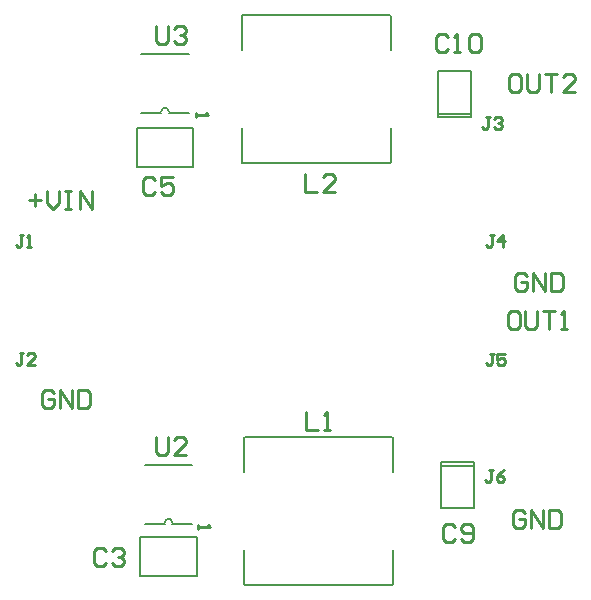
<source format=gto>
G04 Layer_Color=65535*
%FSLAX44Y44*%
%MOMM*%
G71*
G01*
G75*
%ADD21C,0.2540*%
%ADD29C,0.2000*%
D21*
X162750Y60250D02*
Y56918D01*
Y58584D01*
X172747D01*
X171081Y60250D01*
X161000Y408500D02*
Y405168D01*
Y406834D01*
X170997D01*
X169331Y408500D01*
X434118Y441985D02*
X429039D01*
X426500Y439446D01*
Y429289D01*
X429039Y426750D01*
X434118D01*
X436657Y429289D01*
Y439446D01*
X434118Y441985D01*
X441735D02*
Y429289D01*
X444274Y426750D01*
X449353D01*
X451892Y429289D01*
Y441985D01*
X456970D02*
X467127D01*
X462048D01*
Y426750D01*
X482362D02*
X472205D01*
X482362Y436907D01*
Y439446D01*
X479823Y441985D01*
X474744D01*
X472205Y439446D01*
X441657Y270446D02*
X439118Y272985D01*
X434039D01*
X431500Y270446D01*
Y260289D01*
X434039Y257750D01*
X439118D01*
X441657Y260289D01*
Y265368D01*
X436578D01*
X446735Y257750D02*
Y272985D01*
X456892Y257750D01*
Y272985D01*
X461970D02*
Y257750D01*
X469588D01*
X472127Y260289D01*
Y270446D01*
X469588Y272985D01*
X461970D01*
X432617Y240985D02*
X427539D01*
X425000Y238446D01*
Y228289D01*
X427539Y225750D01*
X432617D01*
X435157Y228289D01*
Y238446D01*
X432617Y240985D01*
X440235D02*
Y228289D01*
X442774Y225750D01*
X447853D01*
X450392Y228289D01*
Y240985D01*
X455470D02*
X465627D01*
X460549D01*
Y225750D01*
X470705D02*
X475784D01*
X473244D01*
Y240985D01*
X470705Y238446D01*
X439407Y70446D02*
X436867Y72985D01*
X431789D01*
X429250Y70446D01*
Y60289D01*
X431789Y57750D01*
X436867D01*
X439407Y60289D01*
Y65367D01*
X434328D01*
X444485Y57750D02*
Y72985D01*
X454642Y57750D01*
Y72985D01*
X459720D02*
Y57750D01*
X467338D01*
X469877Y60289D01*
Y70446D01*
X467338Y72985D01*
X459720D01*
X40907Y171696D02*
X38368Y174235D01*
X33289D01*
X30750Y171696D01*
Y161539D01*
X33289Y159000D01*
X38368D01*
X40907Y161539D01*
Y166618D01*
X35828D01*
X45985Y159000D02*
Y174235D01*
X56142Y159000D01*
Y174235D01*
X61220D02*
Y159000D01*
X68838D01*
X71377Y161539D01*
Y171696D01*
X68838Y174235D01*
X61220D01*
X20000Y335368D02*
X30157D01*
X25078Y340446D02*
Y330289D01*
X35235Y342985D02*
Y332828D01*
X40313Y327750D01*
X45392Y332828D01*
Y342985D01*
X50470D02*
X55549D01*
X53009D01*
Y327750D01*
X50470D01*
X55549D01*
X63166D02*
Y342985D01*
X73323Y327750D01*
Y342985D01*
X412415Y106247D02*
X409082D01*
X410748D01*
Y97916D01*
X409082Y96250D01*
X407416D01*
X405750Y97916D01*
X422411Y106247D02*
X419079Y104581D01*
X415747Y101248D01*
Y97916D01*
X417413Y96250D01*
X420745D01*
X422411Y97916D01*
Y99582D01*
X420745Y101248D01*
X415747D01*
X413164Y204997D02*
X409832D01*
X411498D01*
Y196666D01*
X409832Y195000D01*
X408166D01*
X406500Y196666D01*
X423161Y204997D02*
X416497D01*
Y199998D01*
X419829Y201665D01*
X421495D01*
X423161Y199998D01*
Y196666D01*
X421495Y195000D01*
X418163D01*
X416497Y196666D01*
X413164Y305497D02*
X409832D01*
X411498D01*
Y297166D01*
X409832Y295500D01*
X408166D01*
X406500Y297166D01*
X421495Y295500D02*
Y305497D01*
X416497Y300498D01*
X423161D01*
X410415Y405497D02*
X407082D01*
X408748D01*
Y397166D01*
X407082Y395500D01*
X405416D01*
X403750Y397166D01*
X413747Y403831D02*
X415413Y405497D01*
X418745D01*
X420411Y403831D01*
Y402164D01*
X418745Y400498D01*
X417079D01*
X418745D01*
X420411Y398832D01*
Y397166D01*
X418745Y395500D01*
X415413D01*
X413747Y397166D01*
X15165Y305247D02*
X11832D01*
X13498D01*
Y296916D01*
X11832Y295250D01*
X10166D01*
X8500Y296916D01*
X18497Y295250D02*
X21829D01*
X20163D01*
Y305247D01*
X18497Y303581D01*
X15165Y205247D02*
X11832D01*
X13498D01*
Y196916D01*
X11832Y195250D01*
X10166D01*
X8500Y196916D01*
X25161Y195250D02*
X18497D01*
X25161Y201915D01*
Y203581D01*
X23495Y205247D01*
X20163D01*
X18497Y203581D01*
X84907Y37946D02*
X82367Y40485D01*
X77289D01*
X74750Y37946D01*
Y27789D01*
X77289Y25250D01*
X82367D01*
X84907Y27789D01*
X89985Y37946D02*
X92524Y40485D01*
X97603D01*
X100142Y37946D01*
Y35407D01*
X97603Y32868D01*
X95063D01*
X97603D01*
X100142Y30328D01*
Y27789D01*
X97603Y25250D01*
X92524D01*
X89985Y27789D01*
X126407Y352196D02*
X123868Y354735D01*
X118789D01*
X116250Y352196D01*
Y342039D01*
X118789Y339500D01*
X123868D01*
X126407Y342039D01*
X141642Y354735D02*
X131485D01*
Y347118D01*
X136563Y349657D01*
X139103D01*
X141642Y347118D01*
Y342039D01*
X139103Y339500D01*
X134024D01*
X131485Y342039D01*
X380907Y58446D02*
X378368Y60985D01*
X373289D01*
X370750Y58446D01*
Y48289D01*
X373289Y45750D01*
X378368D01*
X380907Y48289D01*
X385985D02*
X388524Y45750D01*
X393603D01*
X396142Y48289D01*
Y58446D01*
X393603Y60985D01*
X388524D01*
X385985Y58446D01*
Y55907D01*
X388524Y53368D01*
X396142D01*
X374657Y472696D02*
X372118Y475235D01*
X367039D01*
X364500Y472696D01*
Y462539D01*
X367039Y460000D01*
X372118D01*
X374657Y462539D01*
X379735Y460000D02*
X384813D01*
X382274D01*
Y475235D01*
X379735Y472696D01*
X392431D02*
X394970Y475235D01*
X400048D01*
X402588Y472696D01*
Y462539D01*
X400048Y460000D01*
X394970D01*
X392431Y462539D01*
Y472696D01*
X254000Y155485D02*
Y140250D01*
X264157D01*
X269235D02*
X274313D01*
X271774D01*
Y155485D01*
X269235Y152946D01*
X253250Y357485D02*
Y342250D01*
X263407D01*
X278642D02*
X268485D01*
X278642Y352407D01*
Y354946D01*
X276103Y357485D01*
X271024D01*
X268485Y354946D01*
X127750Y134735D02*
Y122039D01*
X130289Y119500D01*
X135367D01*
X137907Y122039D01*
Y134735D01*
X153142Y119500D02*
X142985D01*
X153142Y129657D01*
Y132196D01*
X150603Y134735D01*
X145524D01*
X142985Y132196D01*
X127250Y481985D02*
Y469289D01*
X129789Y466750D01*
X134867D01*
X137407Y469289D01*
Y481985D01*
X142485Y479446D02*
X145024Y481985D01*
X150103D01*
X152642Y479446D01*
Y476907D01*
X150103Y474367D01*
X147563D01*
X150103D01*
X152642Y471828D01*
Y469289D01*
X150103Y466750D01*
X145024D01*
X142485Y469289D01*
D29*
X141175Y62000D02*
G03*
X134825Y62000I-3175J0D01*
G01*
X138175Y410000D02*
G03*
X131825Y410000I-3175J0D01*
G01*
X162000Y17000D02*
Y50000D01*
X114000Y17000D02*
X162000D01*
X114000D02*
Y50000D01*
X162000D01*
X111000Y363000D02*
Y396000D01*
X159000D01*
Y363000D02*
Y396000D01*
X111000Y363000D02*
X159000D01*
X397000Y74000D02*
Y85000D01*
Y103000D02*
Y113000D01*
X369000Y74000D02*
Y83000D01*
Y103000D02*
Y113000D01*
Y74000D02*
X397000D01*
Y85000D02*
Y103000D01*
X369000Y113000D02*
X397000D01*
X369000Y83000D02*
Y103000D01*
Y110000D02*
X397000D01*
X366000Y433000D02*
Y444000D01*
Y405000D02*
Y415000D01*
X394000Y435000D02*
Y444000D01*
Y405000D02*
Y415000D01*
X366000Y444000D02*
X394000D01*
X366000Y415000D02*
Y433000D01*
Y405000D02*
X394000D01*
Y415000D02*
Y435000D01*
X366000Y408000D02*
X394000D01*
X202500Y9500D02*
X327500D01*
X202500Y134500D02*
X327500D01*
X328000Y10000D02*
Y39000D01*
X202000Y10000D02*
Y39000D01*
Y105000D02*
Y134000D01*
X328000Y105000D02*
Y134000D01*
X200500Y491500D02*
X325500D01*
X200500Y366500D02*
X325500D01*
X200000Y462000D02*
Y491000D01*
X326000Y462000D02*
Y491000D01*
Y367000D02*
Y396000D01*
X200000Y367000D02*
Y396000D01*
X118000Y111000D02*
X158000D01*
X118000Y61000D02*
X134825D01*
X141175D02*
X158000D01*
X115000Y459000D02*
X155000D01*
X115000Y409000D02*
X131825D01*
X138175D02*
X155000D01*
M02*

</source>
